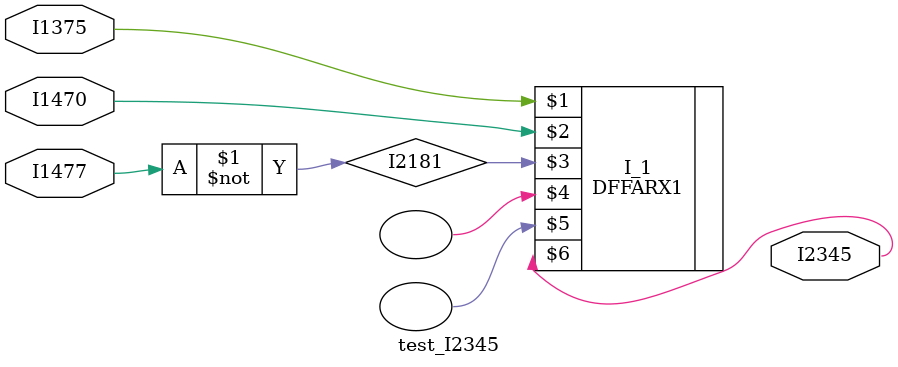
<source format=v>
module test_I2345(I1477,I1470,I1375,I2345);
input I1477,I1470,I1375;
output I2345;
wire I2181;
not I_0(I2181,I1477);
DFFARX1 I_1(I1375,I1470,I2181,,,I2345,);
endmodule



</source>
